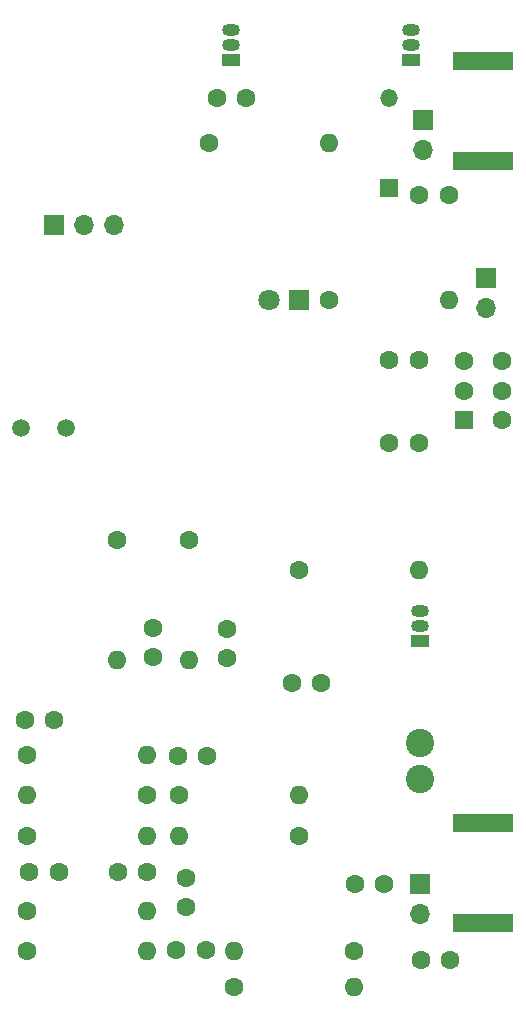
<source format=gbr>
%TF.GenerationSoftware,KiCad,Pcbnew,8.0.5*%
%TF.CreationDate,2024-10-24T17:31:16-06:00*%
%TF.ProjectId,fluxgate,666c7578-6761-4746-952e-6b696361645f,rev?*%
%TF.SameCoordinates,Original*%
%TF.FileFunction,Soldermask,Bot*%
%TF.FilePolarity,Negative*%
%FSLAX46Y46*%
G04 Gerber Fmt 4.6, Leading zero omitted, Abs format (unit mm)*
G04 Created by KiCad (PCBNEW 8.0.5) date 2024-10-24 17:31:16*
%MOMM*%
%LPD*%
G01*
G04 APERTURE LIST*
%ADD10O,1.500000X1.050000*%
%ADD11R,1.500000X1.050000*%
%ADD12C,1.600000*%
%ADD13O,1.600000X1.600000*%
%ADD14R,5.080000X1.500000*%
%ADD15C,1.800000*%
%ADD16R,1.800000X1.800000*%
%ADD17C,2.400000*%
%ADD18O,1.700000X1.700000*%
%ADD19R,1.700000X1.700000*%
%ADD20R,1.600000X1.600000*%
%ADD21C,1.500000*%
%ADD22O,1.500000X1.500000*%
%ADD23R,1.500000X1.500000*%
G04 APERTURE END LIST*
D10*
%TO.C,Q3*%
X189992000Y-80899000D03*
X189992000Y-82169000D03*
D11*
X189992000Y-83439000D03*
%TD*%
D12*
%TO.C,C8*%
X192512000Y-110490000D03*
X190012000Y-110490000D03*
%TD*%
D13*
%TO.C,R2*%
X170434000Y-85090000D03*
D12*
X170434000Y-74930000D03*
%TD*%
D13*
%TO.C,R7*%
X192405000Y-54610000D03*
D12*
X182245000Y-54610000D03*
%TD*%
D14*
%TO.C,J1*%
X195326000Y-42858000D03*
X195326000Y-34358000D03*
%TD*%
D12*
%TO.C,C9*%
X181610000Y-86995000D03*
X179110000Y-86995000D03*
%TD*%
D13*
%TO.C,R10*%
X184404000Y-112776000D03*
D12*
X174244000Y-112776000D03*
%TD*%
%TO.C,C4*%
X170180000Y-106005000D03*
X170180000Y-103505000D03*
%TD*%
D13*
%TO.C,R14*%
X156718000Y-96520000D03*
D12*
X166878000Y-96520000D03*
%TD*%
%TO.C,C1*%
X173609000Y-82443000D03*
X173609000Y-84943000D03*
%TD*%
%TO.C,C5*%
X189865000Y-59690000D03*
X187365000Y-59690000D03*
%TD*%
D15*
%TO.C,D1*%
X177165000Y-54610000D03*
D16*
X179705000Y-54610000D03*
%TD*%
D17*
%TO.C,L1*%
X189992000Y-92123000D03*
X189992000Y-95123000D03*
%TD*%
D13*
%TO.C,R5*%
X166878000Y-109728000D03*
D12*
X156718000Y-109728000D03*
%TD*%
%TO.C,C15*%
X166878000Y-102997000D03*
X164378000Y-102997000D03*
%TD*%
%TO.C,C7*%
X175260000Y-37465000D03*
X172760000Y-37465000D03*
%TD*%
%TO.C,C10*%
X171831000Y-109601000D03*
X169331000Y-109601000D03*
%TD*%
D13*
%TO.C,R1*%
X189865000Y-77470000D03*
D12*
X179705000Y-77470000D03*
%TD*%
D18*
%TO.C,J3*%
X195580000Y-55240000D03*
D19*
X195580000Y-52700000D03*
%TD*%
D12*
%TO.C,C16*%
X171958000Y-93218000D03*
X169458000Y-93218000D03*
%TD*%
%TO.C,C13*%
X184444000Y-104013000D03*
X186944000Y-104013000D03*
%TD*%
%TO.C,SW1*%
X196875000Y-59770000D03*
X196875000Y-62270000D03*
X196875000Y-64770000D03*
X193675000Y-59770000D03*
X193675000Y-62270000D03*
D20*
X193675000Y-64770000D03*
%TD*%
D12*
%TO.C,C14*%
X156865000Y-102997000D03*
X159365000Y-102997000D03*
%TD*%
D21*
%TO.C,Y1*%
X156220000Y-65405000D03*
X160020000Y-65405000D03*
%TD*%
D12*
%TO.C,C11*%
X156504000Y-90170000D03*
X159004000Y-90170000D03*
%TD*%
D10*
%TO.C,Q4*%
X173990000Y-31750000D03*
X173990000Y-33020000D03*
D11*
X173990000Y-34290000D03*
%TD*%
D12*
%TO.C,C2*%
X167386000Y-82336000D03*
X167386000Y-84836000D03*
%TD*%
D13*
%TO.C,R16*%
X179705000Y-96520000D03*
D12*
X169545000Y-96520000D03*
%TD*%
D18*
%TO.C,J2*%
X190246000Y-41910000D03*
D19*
X190246000Y-39370000D03*
%TD*%
D13*
%TO.C,R3*%
X164338000Y-85090000D03*
D12*
X164338000Y-74930000D03*
%TD*%
D18*
%TO.C,J5*%
X164099000Y-48260000D03*
X161559000Y-48260000D03*
D19*
X159019000Y-48260000D03*
%TD*%
D12*
%TO.C,C3*%
X192405000Y-45720000D03*
X189905000Y-45720000D03*
%TD*%
D13*
%TO.C,R8*%
X166878000Y-106299000D03*
D12*
X156718000Y-106299000D03*
%TD*%
D13*
%TO.C,R13*%
X166878000Y-99949000D03*
D12*
X156718000Y-99949000D03*
%TD*%
D13*
%TO.C,R9*%
X174244000Y-109728000D03*
D12*
X184404000Y-109728000D03*
%TD*%
D22*
%TO.C,D4*%
X187325000Y-37465000D03*
D23*
X187325000Y-45085000D03*
%TD*%
D14*
%TO.C,J9*%
X195297500Y-107374000D03*
X195297500Y-98874000D03*
%TD*%
D12*
%TO.C,C6*%
X189885000Y-66675000D03*
X187385000Y-66675000D03*
%TD*%
D13*
%TO.C,R12*%
X169545000Y-99949000D03*
D12*
X179705000Y-99949000D03*
%TD*%
D18*
%TO.C,J8*%
X189967870Y-106581807D03*
D19*
X189967870Y-104041807D03*
%TD*%
D13*
%TO.C,R15*%
X166893800Y-93133849D03*
D12*
X156733800Y-93133849D03*
%TD*%
D10*
%TO.C,Q1*%
X189230000Y-31750000D03*
X189230000Y-33020000D03*
D11*
X189230000Y-34290000D03*
%TD*%
D13*
%TO.C,R6*%
X182245000Y-41275000D03*
D12*
X172085000Y-41275000D03*
%TD*%
M02*

</source>
